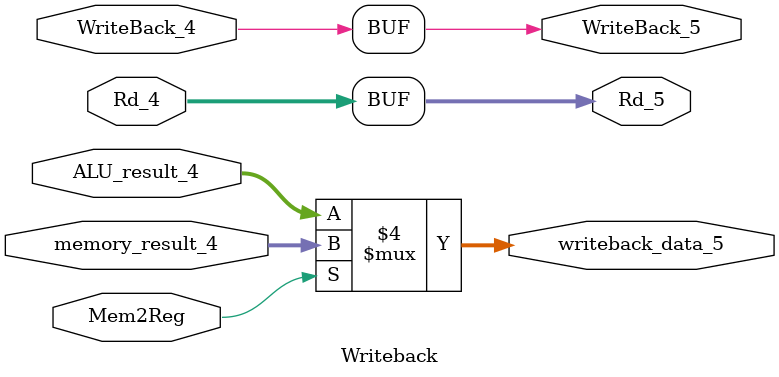
<source format=v>
module RISCV_Pipeline(
    input clk,
    input rst_n,
    // === I cache interface === //
    output ICACHE_ren,
    output ICACHE_wen,
    output [29:0] ICACHE_addr,
    output [31:0] ICACHE_wdata,
    input  ICACHE_stall,
    input  [31:0] ICACHE_rdata,
    // === D cache interface === //
    output DCACHE_ren,
    output DCACHE_wen,
    output [29:0] DCACHE_addr,
    output [31:0] DCACHE_wdata,
    input  DCACHE_stall,
    input  [31:0] DCACHE_rdata
);

// ==== L1 signals ==== //
// input
wire [31:0] instruction_in;
wire        memory_stall; 
// output
wire [31:0] PC_1;
wire [31:0] instruction_1;
// ====================//

// ==== L2 signals ==== //
// output
wire [4:0]  Rd_2;
wire [4:0]  Rs1_2;
wire [4:0]  Rs2_2;
wire [31:0] data1;
wire [31:0] data2;
wire [31:0] immediate;
wire [1:0]  Mem_2;
wire        WriteBack_2;
wire [3:0]  Execution_2;
wire [31:0] branch_address;
wire [31:0] IF_DWrite;
wire        IF_flush;
wire        PC_write;
wire        PC_src;
// ==================== //

// ==== L3 signals ==== //
wire        WriteBack_3;
wire [1:0]  Mem_3;
wire [31:0] ALU_result_3;
wire [31:0] writedata_3;
wire [4:0]  Rd_3;
// ==================== //

// ==== L4 signals ==== //
// output 
wire [31:0] memory_result_4;
wire [31:0] ALU_result_4;
wire [4:0]  Rd_4;
wire        WriteBack_4;
wire        Mem2Reg;
// ==================== //

// ==== L5 signals ==== //
wire [4:0]  Rd_5;
wire [31:0] Wd_5;
wire        Wb_5;
// ==================== //

assign ICACHE_wen   = 1'b0;
assign ICACHE_wdata = 32'd0;

instruction_fetch stage1(
    .clk(clk),
    .rst_n(rst_n),
    .memory_stall(memory_stall),
    .IF_DWrite(IF_DWrite),
    .PC_write(PC_write),
    .PC_src(PC_src),
    .instruction_in(ICACHE_rdata),
    .branch_address(branch_address),
    .I_addr(ICACHE_addr),
    .I_ren(ICACHE_ren),
    .PC_1(PC_1),
    .instruction_1(instruction_1)
);

instruction_decode stage2(
    .clk(clk),
    .rst_n(rst_n),
    .WriteBack_5(Wb_5),
    .write_data(Wd_5),
    .write_address(Rd_5),
    .instruction_1(instruction_1),
    .PC_1(PC_1),
    .Rd_2(Rd_2),
    .Rs1_2(Rs1_2),
    .Rs2_2(Rs2_2),
    .data1(data1),
    .data2(data2),
    .immediate(immediate), 
    .Mem_2(Mem_2),
    .WriteBack_2(WriteBack_2),
    .Execution_2(Execution_2), 
    .branch_address(branch_address),
    .IF_DWrite(IF_DWrite),
    .IF_flush(IF_flush),
    .PC_write(PC_write),
    .PC_src(PC_src)
);

Execution stage3(
    .clk(clk),
    .rst_n(rst_n),
    .data1(data1),
    .data2(data2),
    .immediate(immediate),   
    .Rs1_2(Rs1_2),
    .Rs2_2(Rs2_2),
    .Rd_2(Rd_2),
    .WriteBack_2(WriteBack_2),
    .Mem_2(Mem_2),
    .Execution_2(Execution_2),  
    .writeback_data_5(Wd_5),
    .WriteBack_5(Wb_5),
    .Rd_5(Rd_5),  
    .WriteBack_3(WriteBack_3),
    .Mem_3(Mem_3),
    .ALU_result_3(ALU_result_3),
    .writedata_3(writedata_3),
    .Rd_3(Rd_3)
);

Memory stage4(
    .clk(clk),
    .rst_n(rst_n),
    .ALU_result_3(ALU_result_3),
    .writedata_3(writedata_3),
    .D_readData(DCACHE_rdata),
    .WriteBack_3(WriteBack_3),
    .Mem_3(Mem_3),
    .Rd_3(Rd_3),
    .memory_result_4(memory_result_4),
    .ALU_result_4(ALU_result_4),
    .Rd_4(Rd_4),
    .WriteBack_4(WriteBack_4),
    .Mem2Reg(Mem2Reg),
    .D_addr(DCACHE_addr),
    .D_wen(DCACHE_wen),
    .D_ren(DCACHE_ren),
    .D_writeData(DCACHE_wdata)
);

Writeback stage5(
    .ALU_result_4(ALU_result_4),
    .memory_result_4(memory_result_4),
    .WriteBack_4(WriteBack_4),
    .Mem2Reg(Mem2Reg),
    .Rd_4(Rd_4),
    .Rd_5(Rd_5),
    .writeback_data_5(Wd_5),
    .WriteBack_5(Wb_5)
);

endmodule


module instruction_fetch(
    input         clk,
    input         rst_n,
    input         memory_stall,
    input [31:0]  IF_DWrite,
    input         IF_flush,
    input         PC_write,
    input         PC_src,
    input [31:0]  instruction_in,
    input [31:0]  branch_address,
    output [29:0] I_addr,
    output        I_ren,
    output [31:0] PC_1,
    output [31:0] instruction_1
);

// regs
reg [31:0] PC_r, PC_w;
reg [31:0] PC_out_r, PC_out_w;
reg [31:0] instruction_out_r, instruction_out_w;

// wires
reg [29:0] I_addr_w;
reg I_ren_w;

assign PC_1             = PC_out_r;
assign instruction_1    = instruction_out_r;
assign I_addr           = I_addr_w;
assign I_ren            = I_ren_w;

// ===== PC ===== //
always @(*) begin
    if(PC_write || memory_stall) begin
        PC_w = PC_r;
    end
    else begin
        if(PC_src) // branch taken
            PC_w = branch_address;
        else
            PC_w = PC_r + 4;
    end
end

// ===== PC_out ===== //
always @(*) begin
    if(PC_write) begin // load-use hazard
        PC_out_w = PC_r - 4;
    end
    else if(IF_flush) begin // branch hazard(insert NOP)
        PC_out_w = 32'd0;  
    end
    else begin
        PC_out_w = PC_r;
    end
end

// ===== instruction_out ===== //
always @(*) begin
    if(PC_write) begin
        instruction_out_w = IF_DWrite;
    end
    else if(IF_flush) begin
        instruction_out_w = 32'h00000013; // NOP
    end
    else begin
        instruction_out_w = instruction_in;
    end
end

// ===== I_cache ===== //
always @(*) begin
    I_addr_w            = PC_r[31:2];
    I_ren_w             = 1'b1;  // always reading I_cache
end

always @(posedge clk) begin
    if(!rst_n) begin
        PC_r                <=32'd0;
        PC_out_r            <= 32'd0;
        instruction_out_r   <= 32'd0;
    end
    else begin
        PC_r                <= PC_w;
        PC_out_r            <= PC_out_w;
        instruction_out_r   <= instruction_out_w;
    end
end  
endmodule

module instruction_decode(
    input         clk,
    input         rst_n,
    
    //input [4:0]   Rd_3,
    //input         MemRead_3,
    
    input         WriteBack_5,
    input [31:0]  write_data,
    input [4:0]   write_address, // Rd_5
    
    input [31:0]  instruction_1,
    input [31:0]  PC_1,
    
    output [4:0]  Rd_2,
    output [4:0]  Rs1_2,
    output [4:0]  Rs2_2,
    output [31:0] data1,
    output [31:0] data2,
    output [31:0] immediate,
    
    output [1:0]  Mem_2, // Mem_2[1] : MemRead / Mem_2[0] : MemWrite
    output        WriteBack_2, // MemtoReg
    output [3:0]  Execution_2, // Execution_2[3:1] : ALUOp / Execution_2[0] : ALUsrc
    
    output [31:0] branch_address,
    output [31:0] IF_DWrite,
    output        IF_flush,
    output        PC_write,
    output        PC_src
);

parameter R_type    = 3'd0;
parameter I_type    = 3'd1;
parameter S_type    = 3'd2;
parameter SB_type   = 3'd3;
parameter UJ_type   = 3'd4;
parameter UNDEFINE  = 3'd5;

parameter ADD       = 3'd0;
parameter SUB       = 3'd1;
parameter AND       = 3'd2;
parameter OR        = 3'd3;
parameter XOR       = 3'd4;
parameter SLL       = 3'd5;
parameter SRL       = 3'd6;
parameter SRA       = 3'd7;

integer i;

reg [31:0] register_r [0:31];
reg [31:0] register_w [0:31];

// regs 
reg [4:0]  Rd_r, Rd_w;
reg [4:0]  Rs1_r, Rs1_w;
reg [4:0]  Rs2_r, Rs2_w;
reg [31:0] data1_r, data1_w;
reg [31:0] data2_r, data2_w;
reg [31:0] immediate_r, immediate_w;
reg [1:0]  Mem_r, Mem_w;
reg        WriteBack_r, WriteBack_w;
reg [3:0]  Execution_r, Execution_w;

// wires
reg [31:0] branch_address_w;
reg [31:0] IF_DWrite_w;
reg        IF_flush_w;
reg        PC_write_w;
reg        PC_src_w;

// temporary wires
reg [2:0]  instruction_type;
reg [2:0]  ALUOp;
reg        ALUsrc;
reg [31:0] Rs1_Rs2;
reg        data_hazard;

assign Rd_2             = Rd_r;
assign Rs1_2            = Rs1_r;
assign Rs2_2            = Rs2_r;
assign data1            = data1_r;
assign data2            = data2_r;
assign immediate        = immediate_r;
assign Mem_2            = Mem_r;
assign WriteBack_2      = WriteBack_r;
assign Execution_2      = Execution_r;

assign branch_address   = branch_address_w;
assign IF_DWrite        = IF_DWrite_w;
assign IF_flush         = IF_flush_w;
assign PC_write         = PC_write_w;
assign PC_src           = PC_src_w;


//  ===== instruction type ===== //
always @(*) begin
    case(instruction_1[6:5])
        2'b00: begin
            instruction_type = I_type;
        end
        2'b01: begin
            if(instruction_1[4])
                instruction_type = R_type;
            else
                instruction_type = S_type;
        end
        2'b10: begin
            instruction_type = UNDEFINE;
        end
        2'b11: begin
            if(instruction_1[3:2] == 2'b00)
                instruction_type = SB_type;
            else if(instruction_1[3:2] == 2'b01)
                instruction_type = I_type;
            else
                instruction_type = UJ_type;
        end
    endcase 
end
// ===== decoding ===== //
always @(*) begin
    case (instruction_type)
        R_type: begin
            Rs1_w       = instruction_1[19:15];
            Rs2_w       = instruction_1[24:20];
            Rd_w        = instruction_1[11:7];
            immediate_w = 32'd0;
        end
        I_type: begin
            Rs1_w       = instruction_1[19:15];
            Rs2_w       = 5'd0;
            Rd_w        = instruction_1[11:7];
            immediate_w = {{20{instruction_1[31]}}, instruction_1[31:20]}; // sign extended to 32-bit
        end
        S_type: begin
            Rs1_w       = instruction_1[19:15];
            Rs2_w       = instruction_1[24:20];
            Rd_w        = 5'd0;
            immediate_w = {{20{instruction_1[31]}}, instruction_1[31:25], instruction_1[11:7]}; // sign extended to 32-bit
        end
        SB_type: begin
            Rs1_w       = instruction_1[19:15];
            Rs2_w       = instruction_1[24:20];
            Rd_w        = 5'd0;
            immediate_w = {{19{instruction_1[31]}}, instruction_1[31], instruction_1[7], instruction_1[30:25], instruction_1[11:8], 1'b0}; // sign extended to 32-bit
        end
        UJ_type: begin
            Rs1_w       = 5'd0;
            Rs2_w       = 5'd0;
            Rd_w        = instruction_1[11:7];
            immediate_w = {instruction_1[31:12], 12'd0};
        end
        UNDEFINE: begin
            Rs1_w       = 5'd0;
            Rs2_w       = 5'd0;
            Rd_w        = 5'd0;
            immediate_w = 5'd0;
        end
    endcase
end

// ===== registers ===== //
always @(*) begin 
    data1_w = register_w[Rs1_w];
    data2_w = register_w[Rs2_w];
    
    for(i = 0; i < 32; i = i + 1)
        register_w[i] = register_r[i];
    
    if(WriteBack_5)
        register_w[write_address] = write_data;
end

// ===== branch hazard detection ===== //
always @(*) begin 
    branch_address_w    = $signed(PC_1) + $signed({immediate_w[30:0], 1'b0});
    Rs1_Rs2             = $signed(Rs1_w) - $signed(Rs2_w);
    
    if(instruction_1[6]) begin // branching instructions
        if(instruction_1[2]) begin // JALR, JAL
            IF_flush_w          = 1'b1;
            PC_src_w            = 1'b1;
        end
        else begin
            if(Rs1_Rs2 == 0 && instruction_1[12] == 1'b0) begin // beq branch taken
                IF_flush_w          = 1'b1;
                PC_src_w            = 1'b1;
            end
            else if(Rs1_Rs2 != 0 && instruction_1[12] == 1'b1) begin // bne branch taken
                IF_flush_w          = 1'b1;
                PC_src_w            = 1'b1;
            end
            else begin // branch not taken
                IF_flush_w          = 1'b0;
                PC_src_w            = 1'b0;        
            end    
        end
    end
    else begin // not branching instructions
        IF_flush_w          = 1'b0;
        PC_src_w            = 1'b0;
    end
end

// ===== data hazard detection ===== //
always @(*) begin 
    IF_DWrite_w         = instruction_1;

    if(Mem_r[1] && (Rd_r == Rs1_w || Rd_r == Rs2_w)) begin
        data_hazard     = 1'b1;
        PC_write_w      = 1'b1;
    end
    else begin
        data_hazard     = 1'b0;
        PC_write_w      = 1'b0;
    end
end

// ===== control ===== //
always @(*) begin
    Execution_w = {ALUOp, ALUsrc} & {4{~data_hazard}};
    
    if(instruction_1[6:4] == 3'b000) // lw
        Mem_w = 2'b10 & {2{~data_hazard}};
    else if(instruction_1[6:4] == 3'b010) // sw
        Mem_w = 2'b01 & {2{~data_hazard}};
    else
        Mem_w = 2'b00 & {2{~data_hazard}};
    
    if(instruction_type[2:1]) // SB_type, S_type
        WriteBack_w = 1'b0 & (~data_hazard);
    else
        WriteBack_w = 1'b1 & (~data_hazard);
end

// ===== ALUOp ===== //
always @(*) begin 
    case (instruction_1[13:12]) // FUNCT3
        3'b000: begin
            if(instruction_1[30])
                ALUOp = SUB;
            else
                ALUOp = ADD;
        end    
        3'b001: begin
            ALUOp = SLL;
        end
        3'b010: begin
            if(instruction_1[4])
                ALUOp = SUB;
            else
                ALUOp = ADD;
        end
        3'b100: begin
            ALUOp = XOR;
        end
        3'b101: begin
            if(instruction_1[30])
                ALUOp = SRA;
            else
                ALUOp = SRL;
        end
        3'b110: begin
            ALUOp = OR;
        end
        3'b111: begin
            ALUOp = AND;
        end
        default: begin
            ALUOp = ADD;
        end
    endcase
end

// ===== ALUsrc ===== //
always @(*) begin
    if(instruction_type == R_type) begin
        ALUsrc = 1'b0;
    end
    else begin
        ALUsrc = 1'b1;
    end
end

always @(posedge clk) begin
    if(!rst_n) begin
        for(i = 0; i < 32; i = i + 1)
            register_r[i] <= 32'd0;
        Rd_r        <= 5'd0;
        Rs1_r       <= 5'd0;
        Rs2_r       <= 5'd0;
        data1_r     <= 32'd0;
        data2_r     <= 32'd0;
        immediate_r <= 32'd0;
        Mem_r       <= 2'd0;
        WriteBack_r <= 1'b0;
        Execution_r <= 4'd0;
    end
    else begin
        for(i = 0; i < 32; i = i + 1)
            register_r[i] <= register_w[i];
        Rd_r        <= Rd_w;
        Rs1_r       <= Rs1_w;
        Rs2_r       <= Rs2_w;
        data1_r     <= data1_w;
        data2_r     <= data2_w;
        immediate_r <= immediate_w;
        Mem_r       <= Mem_w;
        WriteBack_r <= WriteBack_w;
        Execution_r <= Execution_w;
    end
end
endmodule

module Execution(
    input         clk,
    input         rst_n,
    
    input [31:0]  data1,
    input [31:0]  data2,
    input [31:0]  immediate,   
    input [4:0]   Rs1_2,
    input [4:0]   Rs2_2,
    input [4:0]   Rd_2,
    
    input         WriteBack_2,
    input [1:0]   Mem_2,
    input [3:0]   Execution_2,  // {ALUOp, ALUsrc}
    
    // input         WriteBack_4,
    // input [4:0]   Rd_4,
    // input [31:0]  ALU_result_4,
    
    input [31:0]  writeback_data_5,
    input         WriteBack_5,
    input [4:0]   Rd_5,  
    
    output        WriteBack_3,
    output [1:0]  Mem_3,
    output [31:0] ALU_result_3,
    output [31:0] writedata_3, // memory write data
    output [4:0]  Rd_3
);

parameter ADD       = 3'd0;
parameter SUB       = 3'd1;
parameter AND       = 3'd2;
parameter OR        = 3'd3;
parameter XOR       = 3'd4;
parameter SLL       = 3'd5;
parameter SRL       = 3'd6;
parameter SRA       = 3'd7;

reg [1:0]  Mem_r, Mem_w;
reg        WriteBack_r, WriteBack_w;
reg [4:0]  Rd_r, Rd_w;
reg [31:0] ALU_result_r, ALU_result_w;
reg [31:0] writedata_r, writedata_w;

reg [31:0] ALU_in1;
reg [31:0] ALU_in2;
reg [1:0] forwardA;
reg [1:0] forwardB;

assign WriteBack_3  = WriteBack_r;
assign Mem_3        = Mem_r;
assign ALU_result_3 = ALU_result_r;
assign writedata_3  = writedata_r;
assign Rd_3         = Rd_r;

always @(*) begin // forwarding unit
    if(WriteBack_r && Rd_r != 0 && Rd_5 == Rs1_2) begin
        if(!(WriteBack_5 && Rd_5 != 0 && Rd_5 == Rs1_2)) begin
            forwardA = 2'b01;
        end
        else begin
            forwardA = 2'b10;
        end
    end
    else begin
        forwardA = 2'b00;
    end

    if(WriteBack_r && Rd_r != 0 && Rd_5 == Rs2_2) begin
        if(!(WriteBack_5 && Rd_5 != 0 && Rd_5 == Rs2_2)) begin
            forwardB = 2'b01;
        end
        else begin
            forwardB = 2'b10;
        end
    end
    else begin
        forwardB = 2'b00;
    end
end

// ===== ALU input 1 ===== //
always @(*) begin
    case (forwardA)
        2'b00: begin
            ALU_in1 = data1;
        end
        2'b01: begin
            ALU_in1 = ALU_result_r;
        end
        2'b10: begin
            ALU_in1 = writeback_data_5;
        end
        default: begin
            ALU_in1 = data1;
        end
    endcase
end

// ===== ALU input 2 ===== //
always @(*) begin
    if(Execution_2[0]) begin // (ALUsrc == 1) => immediate
        case (forwardB)
            2'b00: begin
                ALU_in2 = immediate;
            end
            2'b01: begin
                ALU_in2 = ALU_result_r;
            end
            2'b10: begin
                ALU_in2 = writeback_data_5;
            end
            default: begin
                ALU_in2 = immediate;
            end
        endcase
    end
    else begin
        case (forwardB)
            2'b00: begin
                ALU_in2 = data2;
            end
            2'b01: begin
                ALU_in2 = ALU_result_r;
            end
            2'b10: begin
                ALU_in2 = writeback_data_5;
            end
            default: begin
                ALU_in2 = data2;
            end
        endcase
    end
end

// ===== ALU control ===== //
always @(*) begin 
    case(Execution_2[3:1])
        ADD: begin
            ALU_result_w = $signed(ALU_in1) + $signed(ALU_in2);
        end
        SUB: begin
            ALU_result_w = $signed(ALU_in1) - $signed(ALU_in2);
        end
        AND: begin
            ALU_result_w = ALU_in1 & ALU_in2;
        end
        OR: begin
            ALU_result_w = ALU_in1 | ALU_in2;
        end
        XOR: begin
            ALU_result_w = ALU_in1 ^ ALU_in2;
        end
        SLL: begin
            ALU_result_w = ALU_in1 << ALU_in2;
        end
        SRL: begin
            ALU_result_w = ALU_in1 >> ALU_in2;
        end
        SRA: begin
            ALU_result_w = $signed(ALU_in1) >>> ALU_in2;
        end
    endcase
end

// ===== passing signals ===== //
always @(*) begin
    Mem_w           = Mem_2;
    WriteBack_w     = WriteBack_2;
    Rd_w            = Rd_2;
    
    writedata_w     = ALU_in2;
end

always @(posedge clk) begin
    if(!rst_n) begin
        Mem_r           <= 2'd0;
        WriteBack_r     <= 1'b0;
        Rd_r            <= 5'd0;
        ALU_result_r    <= 32'd0;
        writedata_r     <= 32'd0;
    end
    else begin
        Mem_r           <= Mem_w;
        WriteBack_r     <= WriteBack_w;
        Rd_r            <= Rd_w;
        ALU_result_r    <= ALU_result_w;
        writedata_r     <= writedata_w;
    end
end
endmodule

module Memory(
    input         clk,
    input         rst_n,
    
    input [31:0]  ALU_result_3,
    input [31:0]  writedata_3,
    
    input [31:0]  D_readData,
    
    input         WriteBack_3,
    input [1:0]   Mem_3,
    input [4:0]   Rd_3,
    
    output [31:0] memory_result_4,
    output [31:0] ALU_result_4,
    
    output [4:0]  Rd_4,
    output        WriteBack_4,
    output        Mem2Reg,
    
    output [29:0] D_addr,
    output        D_wen,
    output        D_ren,
    output [31:0] D_writeData
);

reg [31:0] memory_result_r, memory_result_w;
reg [31:0] ALU_result_r, ALU_result_w;
reg [4:0]  Rd_r, Rd_w;
reg        WriteBack_r, WriteBack_w;

assign memory_result_4  = memory_result_r;
assign ALU_result_4     = ALU_result_r;
assign Rd_4             = Rd_r;
assign WriteBack_4      = WriteBack_r;
assign Mem2Reg          = Mem_3[1]; // lw 

assign D_addr           = ALU_result_3[31:2];
assign D_wen            = Mem_3[0];
assign D_ren            = Mem_3[1];
assign D_writeData      = writedata_3;


always @(*) begin // data memory
    memory_result_w = D_readData;
    ALU_result_w    = ALU_result_3;
    Rd_w            = Rd_3;
    WriteBack_w     = WriteBack_3;    
end  

always @(posedge clk) begin
    if(!rst_n) begin
        memory_result_r <= 32'd0;
        ALU_result_r    <= 32'd0;
        Rd_r            <= 5'd0;
        WriteBack_r     <= 1'b0;
    end
    else begin
        memory_result_r <= memory_result_w;
        ALU_result_r    <= ALU_result_w;
        Rd_r            <= Rd_w;
        WriteBack_r     <= WriteBack_w;
    end
end
endmodule

module Writeback( // no sequential circuits
    input [31:0]  ALU_result_4,
    input [31:0]  memory_result_4,
    input         WriteBack_4,
    input         Mem2Reg,
    input [4:0]   Rd_4,
    
    output [4:0]  Rd_5,
    output [31:0] writeback_data_5,
    output        WriteBack_5
);
    assign Rd_5             = Rd_4;
    assign writeback_data_5 = Mem2Reg ? memory_result_4 : ALU_result_4;
    assign WriteBack_5      = WriteBack_4;

endmodule
</source>
